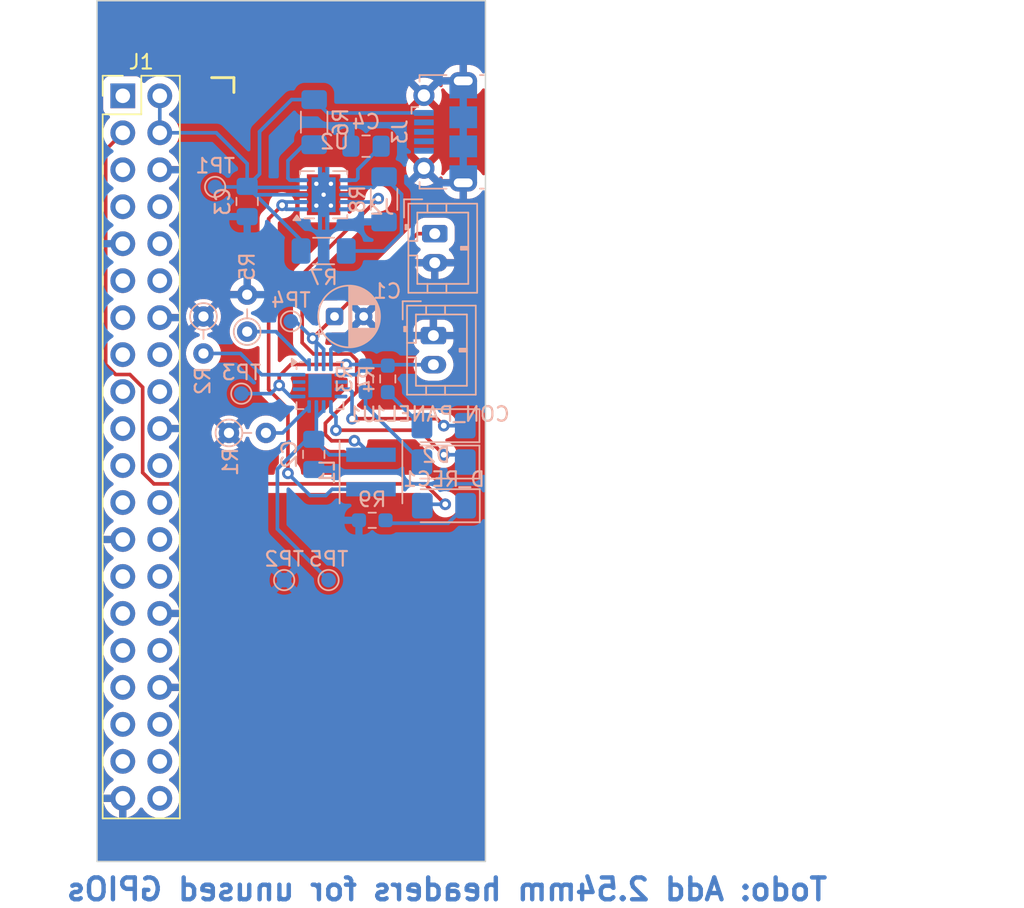
<source format=kicad_pcb>
(kicad_pcb (version 20241229) (generator "pcbnew") (generator_version "9.0")
  (layers (0 "F.Cu" signal) (2 "B.Cu" signal) (13 "F.Paste" user) (15 "B.Paste" user) (5 "F.SilkS" user "F.Silkscreen") (7 "B.SilkS" user "B.Silkscreen") (1 "F.Mask" user) (3 "B.Mask" user) (25 "Edge.Cuts" user))
  (net 0 "")
  (net 1 "GND")
  (net 2 "+BATT")
  (net 3 "VDD")
  (net 4 "Net-(D1-K)")
  (net 5 "Net-(D1-A)")
  (net 6 "Net-(D_REC1-A)")
  (net 8 "+5V")
  (net 37 "Net-(D2-K)")
  (net 38 "Net-(D2-A)")
  (net 42 "VIN_BOOST")
  (net 43 "Net-(L1-Pad2)")
  (net 44 "Net-(U1-ILIM)")
  (net 45 "Net-(U1-ISET)")
  (net 46 "Net-(U1-TS)")
  (net 47 "Net-(U2-PG)")
  (net 48 "Net-(U2-FB)")
  (net 52 "Net-(D_REC1-K)")
  (net 53 "Net-(U2-SS)")
  (footprint "Connector_PinHeader_2.54mm:PinHeader_2x20_P2.54mm_Vertical" (layer "F.Cu") (at 61.46 38.84)
    (property "Reference" "J1" (at 1.27 -2.33 0) (layer "F.SilkS"))
    (property "Value" "Conn_02x20_Odd_Even")
    (pad "1" thru_hole rect (at 0 0) (size 1.7 1.7) (drill 1) (layers "*.Cu" "*.Mask"))
    (pad "2" thru_hole circle (at 2.54 0) (size 1.7 1.7) (drill 1) (layers "*.Cu" "*.Mask") (net 8 "+5V"))
    (pad "3" thru_hole circle (at 0 2.54) (size 1.7 1.7) (drill 1) (layers "*.Cu" "*.Mask") (net 6 "Net-(D_REC1-A)"))
    (pad "4" thru_hole circle (at 2.54 2.54) (size 1.7 1.7) (drill 1) (layers "*.Cu" "*.Mask") (net 8 "+5V"))
    (pad "5" thru_hole circle (at 0 5.08) (size 1.7 1.7) (drill 1) (layers "*.Cu" "*.Mask"))
    (pad "6" thru_hole circle (at 2.54 5.08) (size 1.7 1.7) (drill 1) (layers "*.Cu" "*.Mask") (net 1 "GND"))
    (pad "7" thru_hole circle (at 0 7.62) (size 1.7 1.7) (drill 1) (layers "*.Cu" "*.Mask"))
    (pad "8" thru_hole circle (at 2.54 7.62) (size 1.7 1.7) (drill 1) (layers "*.Cu" "*.Mask"))
    (pad "9" thru_hole circle (at 0 10.16) (size 1.7 1.7) (drill 1) (layers "*.Cu" "*.Mask") (net 1 "GND"))
    (pad "10" thru_hole circle (at 2.54 10.16) (size 1.7 1.7) (drill 1) (layers "*.Cu" "*.Mask"))
    (pad "11" thru_hole circle (at 0 12.7) (size 1.7 1.7) (drill 1) (layers "*.Cu" "*.Mask"))
    (pad "12" thru_hole circle (at 2.54 12.7) (size 1.7 1.7) (drill 1) (layers "*.Cu" "*.Mask"))
    (pad "13" thru_hole circle (at 0 15.24) (size 1.7 1.7) (drill 1) (layers "*.Cu" "*.Mask"))
    (pad "14" thru_hole circle (at 2.54 15.24) (size 1.7 1.7) (drill 1) (layers "*.Cu" "*.Mask") (net 1 "GND"))
    (pad "15" thru_hole circle (at 0 17.78) (size 1.7 1.7) (drill 1) (layers "*.Cu" "*.Mask"))
    (pad "16" thru_hole circle (at 2.54 17.78) (size 1.7 1.7) (drill 1) (layers "*.Cu" "*.Mask"))
    (pad "17" thru_hole circle (at 0 20.32) (size 1.7 1.7) (drill 1) (layers "*.Cu" "*.Mask"))
    (pad "18" thru_hole circle (at 2.54 20.32) (size 1.7 1.7) (drill 1) (layers "*.Cu" "*.Mask"))
    (pad "19" thru_hole circle (at 0 22.86) (size 1.7 1.7) (drill 1) (layers "*.Cu" "*.Mask"))
    (pad "20" thru_hole circle (at 2.54 22.86) (size 1.7 1.7) (drill 1) (layers "*.Cu" "*.Mask") (net 1 "GND"))
    (pad "21" thru_hole circle (at 0 25.4) (size 1.7 1.7) (drill 1) (layers "*.Cu" "*.Mask"))
    (pad "22" thru_hole circle (at 2.54 25.4) (size 1.7 1.7) (drill 1) (layers "*.Cu" "*.Mask"))
    (pad "23" thru_hole circle (at 0 27.94) (size 1.7 1.7) (drill 1) (layers "*.Cu" "*.Mask"))
    (pad "24" thru_hole circle (at 2.54 27.94) (size 1.7 1.7) (drill 1) (layers "*.Cu" "*.Mask"))
    (pad "25" thru_hole circle (at 0 30.48) (size 1.7 1.7) (drill 1) (layers "*.Cu" "*.Mask") (net 1 "GND"))
    (pad "26" thru_hole circle (at 2.54 30.48) (size 1.7 1.7) (drill 1) (layers "*.Cu" "*.Mask"))
    (pad "27" thru_hole circle (at 0 33.02) (size 1.7 1.7) (drill 1) (layers "*.Cu" "*.Mask"))
    (pad "28" thru_hole circle (at 2.54 33.02) (size 1.7 1.7) (drill 1) (layers "*.Cu" "*.Mask"))
    (pad "29" thru_hole circle (at 0 35.56) (size 1.7 1.7) (drill 1) (layers "*.Cu" "*.Mask"))
    (pad "30" thru_hole circle (at 2.54 35.56) (size 1.7 1.7) (drill 1) (layers "*.Cu" "*.Mask") (net 1 "GND"))
    (pad "31" thru_hole circle (at 0 38.1) (size 1.7 1.7) (drill 1) (layers "*.Cu" "*.Mask"))
    (pad "32" thru_hole circle (at 2.54 38.1) (size 1.7 1.7) (drill 1) (layers "*.Cu" "*.Mask"))
    (pad "33" thru_hole circle (at 0 40.64) (size 1.7 1.7) (drill 1) (layers "*.Cu" "*.Mask"))
    (pad "34" thru_hole circle (at 2.54 40.64) (size 1.7 1.7) (drill 1) (layers "*.Cu" "*.Mask") (net 1 "GND"))
    (pad "35" thru_hole circle (at 0 43.18) (size 1.7 1.7) (drill 1) (layers "*.Cu" "*.Mask"))
    (pad "36" thru_hole circle (at 2.54 43.18) (size 1.7 1.7) (drill 1) (layers "*.Cu" "*.Mask"))
    (pad "37" thru_hole circle (at 0 45.72) (size 1.7 1.7) (drill 1) (layers "*.Cu" "*.Mask"))
    (pad "38" thru_hole circle (at 2.54 45.72) (size 1.7 1.7) (drill 1) (layers "*.Cu" "*.Mask"))
    (pad "39" thru_hole circle (at 0 48.26) (size 1.7 1.7) (drill 1) (layers "*.Cu" "*.Mask") (net 1 "GND"))
    (pad "40" thru_hole circle (at 2.54 48.26) (size 1.7 1.7) (drill 1) (layers "*.Cu" "*.Mask"))
  )
  (footprint "Capacitor_SMD:C_0805_2012Metric_Pad1.18x1.45mm_HandSolder" (layer "B.Cu") (at 78.1625 42.3 180)
    (property "Reference" "C4" (at 0 1.68 0) (layer "B.SilkS") (effects (justify mirror)))
    (property "Value" "10nF")
    (pad "1" smd roundrect (at -1.0375 0 180) (size 1.175 1.45) (layers "B.Cu" "B.Mask" "B.Paste") (roundrect_rratio 0.212766) (net 53 "Net-(U2-SS)"))
    (pad "2" smd roundrect (at 1.0375 0 180) (size 1.175 1.45) (layers "B.Cu" "B.Mask" "B.Paste") (roundrect_rratio 0.212766) (net 1 "GND"))
  )
  (footprint "Resistor_SMD:R_1206_3216Metric_Pad1.30x1.75mm_HandSolder" (layer "B.Cu") (at 79.4 45.95 -90)
    (property "Reference" "R8" (at 0 1.82 90) (layer "B.SilkS") (effects (justify mirror)))
    (property "Value" "100k")
    (pad "1" smd roundrect (at -1.55 0 270) (size 1.3 1.75) (layers "B.Cu" "B.Mask" "B.Paste") (roundrect_rratio 0.192308) (net 48 "Net-(U2-FB)"))
    (pad "2" smd roundrect (at 1.55 0 270) (size 1.3 1.75) (layers "B.Cu" "B.Mask" "B.Paste") (roundrect_rratio 0.192308) (net 1 "GND"))
  )
  (footprint "Connector_JST:JST_PH_B2B-PH-K_1x02_P2.00mm_Vertical" (layer "B.Cu") (at 82.8802 48.3108 -90)
    (property "Reference" "J2" (at -1.8288 3.6322 180) (layer "B.SilkS") (effects (justify mirror)))
    (property "Value" "Conn_01x02_Pin" (hide yes))
    (pad "1" thru_hole roundrect (at 0 0 270) (size 1.2 1.75) (drill 0.75) (layers "*.Cu" "*.Mask") (roundrect_rratio 0.208333) (net 2 "+BATT"))
    (pad "2" thru_hole oval (at 2 0 270) (size 1.2 1.75) (drill 0.75) (layers "*.Cu" "*.Mask") (net 1 "GND"))
  )
  (footprint "Capacitor_SMD:C_0805_2012Metric_Pad1.18x1.45mm_HandSolder" (layer "B.Cu") (at 74.572 63.472 -90)
    (property "Reference" "C2" (at 0 1.68 90) (layer "B.SilkS") (effects (justify mirror)))
    (property "Value" "22 nF")
    (pad "1" smd roundrect (at -1.0375 0 270) (size 1.175 1.45) (layers "B.Cu" "B.Mask" "B.Paste") (roundrect_rratio 0.212766) (net 42 "VIN_BOOST"))
    (pad "2" smd roundrect (at 1.0375 0 270) (size 1.175 1.45) (layers "B.Cu" "B.Mask" "B.Paste") (roundrect_rratio 0.212766) (net 1 "GND"))
  )
  (footprint "TestPoint:TestPoint_Pad_D1.0mm" (layer "B.Cu") (at 72.54 72.108 180)
    (property "Reference" "TP2" (at 0 1.448 0) (layer "B.SilkS") (effects (justify mirror)))
    (property "Value" "TestPoint")
    (pad "1" smd circle (at 0 0 180) (size 1 1) (layers "B.Cu" "B.Mask") (net 1 "GND"))
  )
  (footprint "LED_SMD:LED_1206_3216Metric_Pad1.42x1.75mm_HandSolder" (layer "B.Cu") (at 83.4875 61.5 180)
    (property "Reference" "D2" (at 0.508 -2.032 0) (layer "B.SilkS") (effects (justify mirror)))
    (property "Value" "LED")
    (pad "1" smd roundrect (at -1.4875 0 180) (size 1.425 1.75) (layers "B.Cu" "B.Mask" "B.Paste") (roundrect_rratio 0.175439) (net 37 "Net-(D2-K)"))
    (pad "2" smd roundrect (at 1.4875 0 180) (size 1.425 1.75) (layers "B.Cu" "B.Mask" "B.Paste") (roundrect_rratio 0.175439) (net 38 "Net-(D2-A)"))
  )
  (footprint "TestPoint:TestPoint_Pad_D1.0mm" (layer "B.Cu") (at 75.588 72.108 180)
    (property "Reference" "TP5" (at 0 1.448 0) (layer "B.SilkS") (effects (justify mirror)))
    (property "Value" "TestPoint")
    (pad "1" smd circle (at 0 0 180) (size 1 1) (layers "B.Cu" "B.Mask") (net 42 "VIN_BOOST"))
  )
  (footprint "Resistor_SMD:R_1206_3216Metric_Pad1.30x1.75mm_HandSolder" (layer "B.Cu") (at 74.6 40.65 90)
    (property "Reference" "R6" (at 0 1.82 90) (layer "B.SilkS") (effects (justify mirror)))
    (property "Value" "1M")
    (pad "1" smd roundrect (at -1.55 0 90) (size 1.3 1.75) (layers "B.Cu" "B.Mask" "B.Paste") (roundrect_rratio 0.192308) (net 47 "Net-(U2-PG)"))
    (pad "2" smd roundrect (at 1.55 0 90) (size 1.3 1.75) (layers "B.Cu" "B.Mask" "B.Paste") (roundrect_rratio 0.192308) (net 8 "+5V"))
  )
  (footprint "LED_SMD:LED_1206_3216Metric_Pad1.42x1.75mm_HandSolder" (layer "B.Cu") (at 83.4875 64 180)
    (property "Reference" "D1" (hide yes))
    (property "Value" "LED")
    (pad "1" smd roundrect (at -1.4875 0 180) (size 1.425 1.75) (layers "B.Cu" "B.Mask" "B.Paste") (roundrect_rratio 0.175439) (net 4 "Net-(D1-K)"))
    (pad "2" smd roundrect (at 1.4875 0 180) (size 1.425 1.75) (layers "B.Cu" "B.Mask" "B.Paste") (roundrect_rratio 0.175439) (net 5 "Net-(D1-A)"))
  )
  (footprint "Resistor_SMD:R_0603_1608Metric_Pad0.98x0.95mm_HandSolder" (layer "B.Cu") (at 79.652 58.2885 -90)
    (property "Reference" "R4" (at 0 1.43 90) (layer "B.SilkS") (effects (justify mirror)))
    (property "Value" "470")
    (pad "1" smd roundrect (at -0.9125 0 270) (size 0.975 0.95) (layers "B.Cu" "B.Mask" "B.Paste") (net 3 "VDD"))
    (pad "2" smd roundrect (at 0.9125 0 270) (size 0.975 0.95) (layers "B.Cu" "B.Mask" "B.Paste") (net 38 "Net-(D2-A)"))
  )
  (footprint "Connector_USB:USB_Micro-B_Molex-105017-0001" (layer "B.Cu") (at 83.5985 41.315 -90)
    (property "Reference" "J3" (at 0 3.1125 90) (layer "B.SilkS") (effects (justify mirror)))
    (property "Value" "USB_B_Micro")
    (pad "1" smd rect (at -1.3 1.4625 270) (size 0.4 1.35) (layers "B.Cu" "B.Mask" "B.Paste") (net 8 "+5V"))
    (pad "2" smd rect (at -0.65 1.4625 270) (size 0.4 1.35) (layers "B.Cu" "B.Mask" "B.Paste"))
    (pad "3" smd rect (at 0 1.4625 270) (size 0.4 1.35) (layers "B.Cu" "B.Mask" "B.Paste"))
    (pad "4" smd rect (at 0.65 1.4625 270) (size 0.4 1.35) (layers "B.Cu" "B.Mask" "B.Paste"))
    (pad "5" smd rect (at 1.3 1.4625 270) (size 0.4 1.35) (layers "B.Cu" "B.Mask" "B.Paste") (net 1 "GND"))
    (pad "6" thru_hole oval (at -3.5 -1.2375 90) (size 1.2 1.9) (drill oval 0.6 1.3) (property pad_prop_heatsink) (layers "*.Cu" "*.Mask") (net 1 "GND"))
    (pad "6" smd rect (at -2.9 -1.2375 270) (size 1.2 1.9) (layers "B.Cu" "B.Mask") (net 1 "GND"))
    (pad "6" thru_hole circle (at -2.5 1.4625 270) (size 1.45 1.45) (drill 0.85) (property pad_prop_heatsink) (layers "*.Cu" "*.Mask") (net 1 "GND"))
    (pad "6" smd rect (at -1 -1.2375 270) (size 1.5 1.9) (layers "B.Cu" "B.Mask" "B.Paste") (net 1 "GND"))
    (pad "6" smd rect (at 1 -1.2375 270) (size 1.5 1.9) (layers "B.Cu" "B.Mask" "B.Paste") (net 1 "GND"))
    (pad "6" thru_hole circle (at 2.5 1.4625 270) (size 1.45 1.45) (drill 0.85) (property pad_prop_heatsink) (layers "*.Cu" "*.Mask") (net 1 "GND"))
    (pad "6" smd rect (at 2.9 -1.2375 270) (size 1.2 1.9) (layers "B.Cu" "B.Mask") (net 1 "GND"))
    (pad "6" thru_hole oval (at 3.5 -1.2375 270) (size 1.2 1.9) (drill oval 0.6 1.3) (property pad_prop_heatsink) (layers "*.Cu" "*.Mask") (net 1 "GND"))
  )
  (footprint "Resistor_SMD:R_0603_1608Metric_Pad0.98x0.95mm_HandSolder" (layer "B.Cu") (at 78.5875 68 180)
    (property "Reference" "R9" (at 0 1.43 0) (layer "B.SilkS") (effects (justify mirror)))
    (property "Value" "470")
    (pad "1" smd roundrect (at -0.9125 0 180) (size 0.975 0.95) (layers "B.Cu" "B.Mask" "B.Paste") (net 52 "Net-(D_REC1-K)"))
    (pad "2" smd roundrect (at 0.9125 0 180) (size 0.975 0.95) (layers "B.Cu" "B.Mask" "B.Paste") (net 1 "GND"))
  )
  (footprint "Package_DFN_QFN:VQFN-16-1EP_3x3mm_P0.5mm_EP1.6x1.6mm" (layer "B.Cu") (at 75 58.75 -90)
    (property "Reference" "U1" (at 1.9816 -2.8961 180) (layer "B.SilkS") (effects (justify mirror)))
    (property "Value" "BQ24074RGT" (hide yes))
    (pad "1" smd roundrect (at -1.4375 0.75 270) (size 0.875 0.25) (layers "B.Cu" "B.Mask" "B.Paste") (net 46 "Net-(U1-TS)"))
    (pad "2" smd roundrect (at -1.4375 0.25 270) (size 0.875 0.25) (layers "B.Cu" "B.Mask" "B.Paste") (net 2 "+BATT"))
    (pad "3" smd roundrect (at -1.4375 -0.25 270) (size 0.875 0.25) (layers "B.Cu" "B.Mask" "B.Paste") (net 2 "+BATT"))
    (pad "4" smd roundrect (at -1.4375 -0.75 270) (size 0.875 0.25) (layers "B.Cu" "B.Mask" "B.Paste") (net 1 "GND"))
    (pad "5" smd roundrect (at -0.75 -1.4375 270) (size 0.25 0.875) (layers "B.Cu" "B.Mask" "B.Paste") (net 3 "VDD"))
    (pad "6" smd roundrect (at -0.25 -1.4375 270) (size 0.25 0.875) (layers "B.Cu" "B.Mask" "B.Paste") (net 1 "GND"))
    (pad "7" smd roundrect (at 0.25 -1.4375 270) (size 0.25 0.875) (layers "B.Cu" "B.Mask" "B.Paste") (net 37 "Net-(D2-K)"))
    (pad "8" smd roundrect (at 0.75 -1.4375 270) (size 0.25 0.875) (layers "B.Cu" "B.Mask" "B.Paste") (net 1 "GND"))
    (pad "9" smd roundrect (at 1.4375 -0.75 270) (size 0.875 0.25) (layers "B.Cu" "B.Mask" "B.Paste") (net 4 "Net-(D1-K)"))
    (pad "10" smd roundrect (at 1.4375 -0.25 270) (size 0.875 0.25) (layers "B.Cu" "B.Mask" "B.Paste") (net 42 "VIN_BOOST"))
    (pad "11" smd roundrect (at 1.4375 0.25 270) (size 0.875 0.25) (layers "B.Cu" "B.Mask" "B.Paste") (net 42 "VIN_BOOST"))
    (pad "12" smd roundrect (at 1.4375 0.75 270) (size 0.875 0.25) (layers "B.Cu" "B.Mask" "B.Paste") (net 44 "Net-(U1-ILIM)"))
    (pad "13" smd roundrect (at 0.75 1.4375 270) (size 0.25 0.875) (layers "B.Cu" "B.Mask" "B.Paste") (net 3 "VDD"))
    (pad "14" smd roundrect (at 0.25 1.4375 270) (size 0.25 0.875) (layers "B.Cu" "B.Mask" "B.Paste"))
    (pad "15" smd roundrect (at -0.25 1.4375 270) (size 0.25 0.875) (layers "B.Cu" "B.Mask" "B.Paste"))
    (pad "16" smd roundrect (at -0.75 1.4375 270) (size 0.25 0.875) (layers "B.Cu" "B.Mask" "B.Paste") (net 45 "Net-(U1-ISET)"))
    (pad "17" smd rect (at 0 0 270) (size 1.6 1.6) (property pad_prop_heatsink) (layers "B.Cu" "B.Mask") (net 1 "GND"))
  )
  (footprint "Connector_JST:JST_PH_B2B-PH-K_1x02_P2.00mm_Vertical" (layer "B.Cu") (at 82.7874 55.3118 -90)
    (property "Reference" "CON_PANEL1" (at 5.3942 -0.5246 180) (layer "B.SilkS") (effects (justify mirror)))
    (property "Value" "Conn_01x02_Pin" (hide yes))
    (pad "1" thru_hole roundrect (at 0 0 270) (size 1.2 1.75) (drill 0.75) (layers "*.Cu" "*.Mask") (roundrect_rratio 0.208333) (net 1 "GND"))
    (pad "2" thru_hole oval (at 2 0 270) (size 1.2 1.75) (drill 0.75) (layers "*.Cu" "*.Mask") (net 3 "VDD"))
  )
  (footprint "TestPoint:TestPoint_Pad_D1.0mm" (layer "B.Cu") (at 69.6 59.3 180)
    (property "Reference" "TP3" (at 0 1.448 0) (layer "B.SilkS") (effects (justify mirror)))
    (property "Value" "TestPoint")
    (pad "1" smd circle (at 0 0 180) (size 1 1) (layers "B.Cu" "B.Mask") (net 3 "VDD"))
  )
  (footprint "Resistor_THT:R_Axial_DIN0204_L3.6mm_D1.6mm_P2.54mm_Vertical" (layer "B.Cu") (at 67 54 -90)
    (property "Reference" "R2" (at 4.4196 0.0508 90) (layer "B.SilkS") (effects (justify mirror)))
    (property "Value" "590" (hide yes))
    (pad "1" thru_hole circle (at 0 0 270) (size 1.4 1.4) (drill 0.7) (layers "*.Cu" "*.Mask") (net 1 "GND"))
    (pad "2" thru_hole circle (at 2.54 0 270) (size 1.4 1.4) (drill 0.7) (layers "*.Cu" "*.Mask") (net 45 "Net-(U1-ISET)"))
  )
  (footprint "Capacitor_SMD:C_0805_2012Metric_Pad1.18x1.45mm_HandSolder" (layer "B.Cu") (at 70 46.1 -90)
    (property "Reference" "C3" (at 0 1.68 90) (layer "B.SilkS") (effects (justify mirror)))
    (property "Value" "22 uF")
    (pad "1" smd roundrect (at -1.0375 0 270) (size 1.175 1.45) (layers "B.Cu" "B.Mask" "B.Paste") (roundrect_rratio 0.212766) (net 8 "+5V"))
    (pad "2" smd roundrect (at 1.0375 0 270) (size 1.175 1.45) (layers "B.Cu" "B.Mask" "B.Paste") (roundrect_rratio 0.212766) (net 1 "GND"))
  )
  (footprint "TestPoint:TestPoint_Pad_D1.0mm" (layer "B.Cu") (at 73 54.328 180)
    (property "Reference" "TP4" (at 0 1.448 0) (layer "B.SilkS") (effects (justify mirror)))
    (property "Value" "TestPoint")
    (pad "1" smd circle (at 0 0 180) (size 1 1) (layers "B.Cu" "B.Mask") (net 2 "+BATT"))
  )
  (footprint "Resistor_SMD:R_0603_1608Metric_Pad0.98x0.95mm_HandSolder" (layer "B.Cu") (at 78.128 58.2885 -90)
    (property "Reference" "R3" (at 0 1.43 90) (layer "B.SilkS") (effects (justify mirror)))
    (property "Value" "470")
    (pad "1" smd roundrect (at -0.9125 0 270) (size 0.975 0.95) (layers "B.Cu" "B.Mask" "B.Paste") (net 3 "VDD"))
    (pad "2" smd roundrect (at 0.9125 0 270) (size 0.975 0.95) (layers "B.Cu" "B.Mask" "B.Paste") (net 5 "Net-(D1-A)"))
  )
  (footprint "Resistor_THT:R_Axial_DIN0204_L3.6mm_D1.6mm_P2.54mm_Vertical" (layer "B.Cu") (at 68.75 62)
    (property "Reference" "R1" (at 0.1016 1.9812 90) (layer "B.SilkS") (effects (justify mirror)))
    (property "Value" "1.1k")
    (pad "1" thru_hole circle (at 0 0) (size 1.4 1.4) (drill 0.7) (layers "*.Cu" "*.Mask") (net 1 "GND"))
    (pad "2" thru_hole circle (at 2.54 0) (size 1.4 1.4) (drill 0.7) (layers "*.Cu" "*.Mask") (net 44 "Net-(U1-ILIM)"))
  )
  (footprint "Resistor_THT:R_Axial_DIN0204_L3.6mm_D1.6mm_P2.54mm_Vertical" (layer "B.Cu") (at 70 55.04 90)
    (property "Reference" "R5" (at 4.4704 0 90) (layer "B.SilkS") (effects (justify mirror)))
    (property "Value" "10k" (hide yes))
    (pad "1" thru_hole circle (at 0 0 90) (size 1.4 1.4) (drill 0.7) (layers "*.Cu" "*.Mask") (net 46 "Net-(U1-TS)"))
    (pad "2" thru_hole circle (at 2.54 0 90) (size 1.4 1.4) (drill 0.7) (layers "*.Cu" "*.Mask") (net 1 "GND"))
  )
  (footprint "Resistor_SMD:R_1206_3216Metric_Pad1.30x1.75mm_HandSolder" (layer "B.Cu") (at 75.25 49.5)
    (property "Reference" "R7" (at 0 1.82 180) (layer "B.SilkS") (effects (justify mirror)))
    (property "Value" "402k")
    (pad "1" smd roundrect (at -1.55 0) (size 1.3 1.75) (layers "B.Cu" "B.Mask" "B.Paste") (roundrect_rratio 0.192308) (net 8 "+5V"))
    (pad "2" smd roundrect (at 1.55 0) (size 1.3 1.75) (layers "B.Cu" "B.Mask" "B.Paste") (roundrect_rratio 0.192308) (net 48 "Net-(U2-FB)"))
  )
  (footprint "Inductor_SMD:L_Coilcraft_XxL4020" (layer "B.Cu") (at 78.5 64.685 -90)
    (property "Reference" "L1" (at 0 3 90) (layer "B.SilkS") (effects (justify mirror)))
    (property "Value" "1uH" (hide yes))
    (pad "1" smd rect (at -1.185 0 270) (size 0.98 3.4) (layers "B.Cu" "B.Mask" "B.Paste") (net 42 "VIN_BOOST"))
    (pad "2" smd rect (at 1.185 0 270) (size 0.98 3.4) (layers "B.Cu" "B.Mask" "B.Paste") (net 43 "Net-(L1-Pad2)"))
  )
  (footprint "Capacitor_THT:CP_Radial_D4.0mm_P2.00mm" (layer "B.Cu") (at 76 54)
    (property "Reference" "C1" (at 3.610398 -1.74 0) (layer "B.SilkS") (effects (justify mirror)))
    (property "Value" "4.7u" (hide yes))
    (pad "1" thru_hole roundrect (at 0 0) (size 1.2 1.2) (drill 0.6) (layers "*.Cu" "*.Mask") (roundrect_rratio 0.208333) (net 2 "+BATT"))
    (pad "2" thru_hole circle (at 2 0) (size 1.2 1.2) (drill 0.6) (layers "*.Cu" "*.Mask") (net 1 "GND"))
  )
  (footprint "Package_SON:Texas_S-PVSON-N10_ThermalVias" (layer "B.Cu") (at 75.25 45.635)
    (property "Reference" "U2" (at 0.75 -3.635 0) (layer "B.SilkS") (effects (justify mirror)))
    (property "Value" "TPS61230DRC" (hide yes))
    (pad "1" smd rect (at -1.76 1) (size 0.28 0.28) (layers "B.Cu" "B.Mask" "B.Paste") (net 43 "Net-(L1-Pad2)"))
    (pad "1" smd oval (at -1.475 1) (size 0.85 0.28) (layers "B.Cu" "B.Mask" "B.Paste") (net 43 "Net-(L1-Pad2)"))
    (pad "2" smd rect (at -1.76 0.5) (size 0.28 0.28) (layers "B.Cu" "B.Mask" "B.Paste") (net 43 "Net-(L1-Pad2)"))
    (pad "2" smd oval (at -1.475 0.5) (size 0.85 0.28) (layers "B.Cu" "B.Mask" "B.Paste") (net 43 "Net-(L1-Pad2)"))
    (pad "3" smd rect (at -1.76 0) (size 0.28 0.28) (layers "B.Cu" "B.Mask" "B.Paste") (net 8 "+5V"))
    (pad "3" smd oval (at -1.475 0) (size 0.85 0.28) (layers "B.Cu" "B.Mask" "B.Paste") (net 8 "+5V"))
    (pad "4" smd rect (at -1.76 -0.5) (size 0.28 0.28) (layers "B.Cu" "B.Mask" "B.Paste") (net 8 "+5V"))
    (pad "4" smd oval (at -1.475 -0.5) (size 0.85 0.28) (layers "B.Cu" "B.Mask" "B.Paste") (net 8 "+5V"))
    (pad "5" smd rect (at -1.76 -1) (size 0.28 0.28) (layers "B.Cu" "B.Mask" "B.Paste") (net 47 "Net-(U2-PG)"))
    (pad "5" smd oval (at -1.475 -1) (size 0.85 0.28) (layers "B.Cu" "B.Mask" "B.Paste") (net 47 "Net-(U2-PG)"))
    (pad "6" smd oval (at 1.475 -1) (size 0.85 0.28) (layers "B.Cu" "B.Mask" "B.Paste") (net 53 "Net-(U2-SS)"))
    (pad "6" smd rect (at 1.76 -1) (size 0.28 0.28) (layers "B.Cu" "B.Mask" "B.Paste") (net 53 "Net-(U2-SS)"))
    (pad "7" smd oval (at 1.475 -0.5) (size 0.85 0.28) (layers "B.Cu" "B.Mask" "B.Paste") (net 48 "Net-(U2-FB)"))
    (pad "7" smd rect (at 1.76 -0.5) (size 0.28 0.28) (layers "B.Cu" "B.Mask" "B.Paste") (net 48 "Net-(U2-FB)"))
    (pad "8" smd oval (at 1.475 0) (size 0.85 0.28) (layers "B.Cu" "B.Mask" "B.Paste"))
    (pad "8" smd rect (at 1.76 0) (size 0.28 0.28) (layers "B.Cu" "B.Mask" "B.Paste"))
    (pad "9" smd oval (at 1.475 0.5) (size 0.85 0.28) (layers "B.Cu" "B.Mask" "B.Paste") (net 42 "VIN_BOOST"))
    (pad "9" smd rect (at 1.76 0.5) (size 0.28 0.28) (layers "B.Cu" "B.Mask" "B.Paste") (net 42 "VIN_BOOST"))
    (pad "10" smd oval (at 1.475 1) (size 0.85 0.28) (layers "B.Cu" "B.Mask" "B.Paste") (net 42 "VIN_BOOST"))
    (pad "10" smd rect (at 1.76 1) (size 0.28 0.28) (layers "B.Cu" "B.Mask" "B.Paste") (net 42 "VIN_BOOST"))
    (pad "11" thru_hole circle (at -0.5 -0.75) (size 0.6 0.6) (drill 0.3) (layers "*.Cu" "*.Mask") (net 1 "GND"))
    (pad "11" thru_hole circle (at -0.5 0.75) (size 0.6 0.6) (drill 0.3) (layers "*.Cu" "*.Mask") (net 1 "GND"))
    (pad "11" smd rect (at -0.45 -0.635) (size 0.68 1.05) (layers "B.Cu" "B.Mask" "B.Paste") (net 1 "GND"))
    (pad "11" smd rect (at -0.45 0.635) (size 0.68 1.05) (layers "B.Cu" "B.Mask" "B.Paste") (net 1 "GND"))
    (pad "11" smd rect (at -0.25 -1.63) (size 0.26 0.5) (layers "B.Cu" "B.Mask" "B.Paste") (net 1 "GND"))
    (pad "11" smd rect (at -0.25 -1.55) (size 0.28 0.7) (layers "B.Cu" "B.Mask") (net 1 "GND"))
    (pad "11" smd rect (at -0.25 1.55) (size 0.28 0.7) (layers "B.Cu" "B.Mask") (net 1 "GND"))
    (pad "11" smd rect (at -0.25 1.63) (size 0.26 0.5) (layers "B.Cu" "B.Mask" "B.Paste") (net 1 "GND"))
    (pad "11" thru_hole circle (at 0 0) (size 0.6 0.6) (drill 0.3) (layers "*.Cu" "*.Mask") (net 1 "GND"))
    (pad "11" smd rect (at 0 0) (size 1.65 2.4) (layers "B.Cu" "B.Mask") (net 1 "GND"))
    (pad "11" smd rect (at 0 0) (size 2.3 2.8) (layers "F.Cu") (net 1 "GND"))
    (pad "11" smd rect (at 0.25 -1.63) (size 0.26 0.5) (layers "B.Cu" "B.Mask" "B.Paste") (net 1 "GND"))
    (pad "11" smd rect (at 0.25 -1.55) (size 0.28 0.7) (layers "B.Cu" "B.Mask") (net 1 "GND"))
    (pad "11" smd rect (at 0.25 1.55) (size 0.28 0.7) (layers "B.Cu" "B.Mask") (net 1 "GND"))
    (pad "11" smd rect (at 0.25 1.63) (size 0.26 0.5) (layers "B.Cu" "B.Mask" "B.Paste") (net 1 "GND"))
    (pad "11" smd rect (at 0.45 -0.635) (size 0.68 1.05) (layers "B.Cu" "B.Mask" "B.Paste") (net 1 "GND"))
    (pad "11" smd rect (at 0.45 0.635) (size 0.68 1.05) (layers "B.Cu" "B.Mask" "B.Paste") (net 1 "GND"))
    (pad "11" thru_hole circle (at 0.5 -0.75) (size 0.6 0.6) (drill 0.3) (layers "*.Cu" "*.Mask") (net 1 "GND"))
    (pad "11" thru_hole circle (at 0.5 0.75) (size 0.6 0.6) (drill 0.3) (layers "*.Cu" "*.Mask") (net 1 "GND"))
  )
  (footprint "TestPoint:TestPoint_Pad_D1.0mm" (layer "B.Cu") (at 67.8 45.1 180)
    (property "Reference" "TP1" (at 0 1.448 0) (layer "B.SilkS") (effects (justify mirror)))
    (property "Value" "TestPoint")
    (pad "1" smd circle (at 0 0 180) (size 1 1) (layers "B.Cu" "B.Mask") (net 8 "+5V"))
  )
  (footprint "LED_SMD:LED_1206_3216Metric_Pad1.42x1.75mm_HandSolder" (layer "B.Cu") (at 83.5125 67 180)
    (property "Reference" "D_REC1" (at 0 1.82 0) (layer "B.SilkS") (effects (justify mirror)))
    (property "Value" "LED")
    (pad "1" smd roundrect (at -1.4875 0 180) (size 1.425 1.75) (layers "B.Cu" "B.Mask" "B.Paste") (roundrect_rratio 0.175439) (net 52 "Net-(D_REC1-K)"))
    (pad "2" smd roundrect (at 1.4875 0 180) (size 1.425 1.75) (layers "B.Cu" "B.Mask" "B.Paste") (roundrect_rratio 0.175439) (net 6 "Net-(D_REC1-A)"))
  )
  (gr_line (start 69.088 37.592) (end 67.564 37.592) (stroke (width 0.2)) (layer "F.SilkS"))
  (gr_line (start 69.088 37.592) (end 69.088 38.608) (stroke (width 0.2)) (layer "F.SilkS"))
  (gr_rect (start 59.69 32.3088) (end 86.36 91.44) (stroke (width 0.1)) (fill no) (layer "Edge.Cuts"))
  (gr_text "Todo: Add 2.54mm headers for unused GPIOs" (at 109.982 94.234 0) (layer "B.Cu") (effects (font (size 1.5 1.5) (thickness 0.3) (bold yes)) (justify left bottom mirror)))
  (segment (start 75.75 56.25) (end 78 54) (width 0.25) (layer "B.Cu") (net 1))
  (segment (start 75.75 57.3125) (end 75.75 56.25) (width 0.25) (layer "B.Cu") (net 1))
  (segment (start 81.6892 48.3108) (end 76 54) (width 0.25) (layer "F.Cu") (net 2))
  (segment (start 82.8802 48.3108) (end 81.6892 48.3108) (width 0.25) (layer "F.Cu") (net 2))
  (segment (start 76 54) (end 74.5 55.5) (width 0.25) (layer "F.Cu") (net 2))
  (via (at 74.5 55.5) (size 0.8) (drill 0.4) (layers "F.Cu" "B.Cu") (net 2))
  (segment (start 75.25 56.25) (end 74.75 55.75) (width 0.25) (layer "B.Cu") (net 2))
  (segment (start 73.328 54.328) (end 74.5 55.5) (width 0.25) (layer "B.Cu") (net 2))
  (segment (start 74.5 55.5) (end 74.75 55.75) (width 0.25) (layer "B.Cu") (net 2))
  (segment (start 74.75 55.75) (end 74.75 57.3125) (width 0.25) (layer "B.Cu") (net 2))
  (segment (start 73 54.328) (end 73.328 54.328) (width 0.25) (layer "B.Cu") (net 2))
  (segment (start 75.25 57.3125) (end 75.25 56.25) (width 0.25) (layer "B.Cu") (net 2))
  (segment (start 72.2 58.1) (end 73 57.3) (width 0.25) (layer "F.Cu") (net 3))
  (segment (start 72.2 58.7245) (end 72.2 58.1) (width 0.25) (layer "F.Cu") (net 3))
  (segment (start 73 57.3) (end 76.8 57.3) (width 0.25) (layer "F.Cu") (net 3))
  (via (at 72.2 58.7245) (size 0.8) (drill 0.4) (layers "F.Cu" "B.Cu") (net 3))
  (via (at 76.8 57.3) (size 0.8) (drill 0.4) (layers "F.Cu" "B.Cu") (net 3))
  (segment (start 82.7874 57.3118) (end 79.7162 57.3118) (width 0.25) (layer "B.Cu") (net 3))
  (segment (start 73.5625 59.5) (end 72.9755 59.5) (width 0.25) (layer "B.Cu") (net 3))
  (segment (start 79.652 57.376) (end 78.128 57.376) (width 0.25) (layer "B.Cu") (net 3))
  (segment (start 76.4375 58) (end 77.504 58) (width 0.25) (layer "B.Cu") (net 3))
  (segment (start 72.2 58.7245) (end 71.6245 59.3) (width 0.25) (layer "B.Cu") (net 3))
  (segment (start 76.8 57.3) (end 78.052 57.3) (width 0.25) (layer "B.Cu") (net 3))
  (segment (start 78.052 57.3) (end 78.128 57.376) (width 0.25) (layer "B.Cu") (net 3))
  (segment (start 72.9755 59.5) (end 72.2 58.7245) (width 0.25) (layer "B.Cu") (net 3))
  (segment (start 79.7162 57.3118) (end 79.652 57.376) (width 0.25) (layer "B.Cu") (net 3))
  (segment (start 77.504 58) (end 78.128 57.376) (width 0.25) (layer "B.Cu") (net 3))
  (segment (start 71.6245 59.3) (end 69.6 59.3) (width 0.25) (layer "B.Cu") (net 3))
  (segment (start 81.812564 61.812564) (end 83.5 63.5) (width 0.25) (layer "F.Cu") (net 4))
  (segment (start 76.096 61.812564) (end 81.812564 61.812564) (width 0.25) (layer "F.Cu") (net 4))
  (via (at 83.5 63.5) (size 0.8) (drill 0.4) (layers "F.Cu" "B.Cu") (net 4))
  (via (at 76.096 61.812564) (size 0.8) (drill 0.4) (layers "F.Cu" "B.Cu") (net 4))
  (segment (start 76.096 60.897104) (end 75.75 60.551104) (width 0.25) (layer "B.Cu") (net 4))
  (segment (start 75.75 60.551104) (end 75.75 60.1875) (width 0.25) (layer "B.Cu") (net 4))
  (segment (start 83.5 63.5) (end 84.475 63.5) (width 0.25) (layer "B.Cu") (net 4))
  (segment (start 76.096 61.812564) (end 76.096 60.897104) (width 0.25) (layer "B.Cu") (net 4))
  (segment (start 84.475 63.5) (end 84.975 64) (width 0.25) (layer "B.Cu") (net 4))
  (segment (start 78.128 60.128) (end 82 64) (width 0.25) (layer "B.Cu") (net 5))
  (segment (start 78.128 59.201) (end 78.128 60.128) (width 0.25) (layer "B.Cu") (net 5))
  (segment (start 62.825 58.863299) (end 62.825 64.726701) (width 0.25) (layer "F.Cu") (net 6))
  (segment (start 60.973299 57.985) (end 61.946701 57.985) (width 0.25) (layer "F.Cu") (net 6))
  (segment (start 63.598299 65.5) (end 82.2 65.5) (width 0.25) (layer "F.Cu") (net 6))
  (segment (start 82.2 65.5) (end 83.6 66.9) (width 0.25) (layer "F.Cu") (net 6))
  (segment (start 61.46 41.38) (end 60.285 42.555) (width 0.25) (layer "F.Cu") (net 6))
  (segment (start 60.285 57.296701) (end 60.973299 57.985) (width 0.25) (layer "F.Cu") (net 6))
  (segment (start 60.285 42.555) (end 60.285 57.296701) (width 0.25) (layer "F.Cu") (net 6))
  (segment (start 61.946701 57.985) (end 62.825 58.863299) (width 0.25) (layer "F.Cu") (net 6))
  (segment (start 62.825 64.726701) (end 63.598299 65.5) (width 0.25) (layer "F.Cu") (net 6))
  (via (at 83.6 66.9) (size 0.8) (drill 0.4) (layers "F.Cu" "B.Cu") (net 6))
  (segment (start 82.125 66.9) (end 82.025 67) (width 0.25) (layer "B.Cu") (net 6))
  (segment (start 83.6 66.9) (end 82.125 66.9) (width 0.25) (layer "B.Cu") (net 6))
  (segment (start 70 45.0625) (end 69.9625 45.1) (width 0.25) (layer "B.Cu") (net 8))
  (segment (start 73.7 49.5) (end 73.7 48.7625) (width 0.25) (layer "B.Cu") (net 8))
  (segment (start 70 43.5) (end 67.88 41.38) (width 0.25) (layer "B.Cu") (net 8))
  (segment (start 70.85 41.3) (end 70.85 44.2125) (width 0.25) (layer "B.Cu") (net 8))
  (segment (start 67.88 41.38) (end 64 41.38) (width 0.25) (layer "B.Cu") (net 8))
  (segment (start 70.5725 45.635) (end 70 45.0625) (width 0.25) (layer "B.Cu") (net 8))
  (segment (start 73.7 48.7625) (end 70 45.0625) (width 0.25) (layer "B.Cu") (net 8))
  (segment (start 70 45.0625) (end 70 43.5) (width 0.25) (layer "B.Cu") (net 8))
  (segment (start 73.05 39.1) (end 74.6 39.1) (width 0.25) (layer "B.Cu") (net 8))
  (segment (start 69.9625 45.1) (end 67.8 45.1) (width 0.25) (layer "B.Cu") (net 8))
  (segment (start 74.6 39.1) (end 75.515 40.015) (width 0.25) (layer "B.Cu") (net 8))
  (segment (start 73.775 45.635) (end 70.5725 45.635) (width 0.25) (layer "B.Cu") (net 8))
  (segment (start 70.0725 45.135) (end 70 45.0625) (width 0.25) (layer "B.Cu") (net 8))
  (segment (start 73.775 45.135) (end 70.0725 45.135) (width 0.25) (layer "B.Cu") (net 8))
  (segment (start 70.85 41.3) (end 73.05 39.1) (width 0.25) (layer "B.Cu") (net 8))
  (segment (start 70.85 44.2125) (end 70 45.0625) (width 0.25) (layer "B.Cu") (net 8))
  (segment (start 75.515 40.015) (end 82.136 40.015) (width 0.25) (layer "B.Cu") (net 8))
  (segment (start 64 41.38) (end 64 38.84) (width 0.25) (layer "B.Cu") (net 8))
  (segment (start 83.02 61.02) (end 77.2 61.02) (width 0.25) (layer "F.Cu") (net 37))
  (segment (start 83.5 61.5) (end 83.02 61.02) (width 0.25) (layer "F.Cu") (net 37))
  (via (at 83.5 61.5) (size 0.8) (drill 0.4) (layers "F.Cu" "B.Cu") (net 37))
  (via (at 77.2 61.02) (size 0.8) (drill 0.4) (layers "F.Cu" "B.Cu") (net 37))
  (segment (start 77.2 59.176992) (end 77.023008 59) (width 0.25) (layer "B.Cu") (net 37))
  (segment (start 77.023008 59) (end 76.4375 59) (width 0.25) (layer "B.Cu") (net 37))
  (segment (start 77.2 61.02) (end 77.2 59.176992) (width 0.25) (layer "B.Cu") (net 37))
  (segment (start 84.975 61.5) (end 83.5 61.5) (width 0.25) (layer "B.Cu") (net 37))
  (segment (start 79.652 59.201) (end 81.951 61.5) (width 0.25) (layer "B.Cu") (net 38))
  (segment (start 81.951 61.5) (end 82 61.5) (width 0.25) (layer "B.Cu") (net 38))
  (segment (start 73.775 55.800305) (end 74.549695 56.575) (width 0.25) (layer "F.Cu") (net 42))
  (segment (start 75.371 62.112869) (end 75.795195 62.537064) (width 0.25) (layer "F.Cu") (net 42))
  (segment (start 74.549695 56.575) (end 77.100305 56.575) (width 0.25) (layer "F.Cu") (net 42))
  (segment (start 77.525 59.175) (end 75.371 61.329) (width 0.25) (layer "F.Cu") (net 42))
  (segment (start 79 45.9) (end 73.775 51.125) (width 0.25) (layer "F.Cu") (net 42))
  (segment (start 77.100305 56.575) (end 77.525 56.999695) (width 0.25) (layer "F.Cu") (net 42))
  (segment (start 73.775 51.125) (end 73.775 55.800305) (width 0.25) (layer "F.Cu") (net 42))
  (segment (start 75.371 61.329) (end 75.371 62.112869) (width 0.25) (layer "F.Cu") (net 42))
  (segment (start 75.795195 62.537064) (end 77.360722 62.537064) (width 0.25) (layer "F.Cu") (net 42))
  (segment (start 77.525 56.999695) (end 77.525 59.175) (width 0.25) (layer "F.Cu") (net 42))
  (via (at 77.360722 62.537064) (size 0.8) (drill 0.4) (layers "F.Cu" "B.Cu") (net 42))
  (via (at 79 45.9) (size 0.8) (drill 0.4) (layers "F.Cu" "B.Cu") (net 42))
  (segment (start 75.6375 63.5) (end 74.572 62.4345) (width 0.25) (layer "B.Cu") (net 42))
  (segment (start 78.5 63.5) (end 75.6375 63.5) (width 0.25) (layer "B.Cu") (net 42))
  (segment (start 74.75 60.932) (end 74.75 60.1875) (width 0.25) (layer "B.Cu") (net 42))
  (segment (start 77.360722 62.537064) (end 77.537064 62.537064) (width 0.25) (layer "B.Cu") (net 42))
  (segment (start 74.115695 62.4345) (end 74.572 62.4345) (width 0.25) (layer "B.Cu") (net 42))
  (segment (start 75.25 60.432) (end 74.75 60.932) (width 0.25) (layer "B.Cu") (net 42))
  (segment (start 74.572 62.4345) (end 74.75 62.2565) (width 0.25) (layer "B.Cu") (net 42))
  (segment (start 75.588 72.108) (end 72.075 68.595) (width 0.25) (layer "B.Cu") (net 42))
  (segment (start 72.075 68.595) (end 72.075 64.475195) (width 0.25) (layer "B.Cu") (net 42))
  (segment (start 77.01 46.135) (end 78.765 46.135) (width 0.25) (layer "B.Cu") (net 42))
  (segment (start 72.075 64.475195) (end 74.115695 62.4345) (width 0.25) (layer "B.Cu") (net 42))
  (segment (start 77.537064 62.537064) (end 78.5 63.5) (width 0.25) (layer "B.Cu") (net 42))
  (segment (start 78.765 46.135) (end 79 45.9) (width 0.25) (layer "B.Cu") (net 42))
  (segment (start 74.75 62.2565) (end 74.75 60.932) (width 0.25) (layer "B.Cu") (net 42))
  (segment (start 75.25 60.1875) (end 75.25 60.432) (width 0.25) (layer "B.Cu") (net 42))
  (segment (start 72.8 60.349805) (end 72.8 64.7755) (width 0.25) (layer "F.Cu") (net 43))
  (segment (start 71.475 47.2845) (end 71.475 59.024805) (width 0.25) (layer "F.Cu") (net 43))
  (segment (start 72.4 46.3595) (end 71.475 47.2845) (width 0.25) (layer "F.Cu") (net 43))
  (segment (start 71.475 59.024805) (end 72.8 60.349805) (width 0.25) (layer "F.Cu") (net 43))
  (via (at 72.4 46.3595) (size 0.8) (drill 0.4) (layers "F.Cu" "B.Cu") (net 43))
  (via (at 72.8 64.7755) (size 0.8) (drill 0.4) (layers "F.Cu" "B.Cu") (net 43))
  (segment (start 74.3245 66.3) (end 72.8 64.7755) (width 0.25) (layer "B.Cu") (net 43))
  (segment (start 73.49 46.135) (end 72.6245 46.135) (width 0.25) (layer "B.Cu") (net 43))
  (segment (start 72.6245 46.135) (end 72.4 46.3595) (width 0.25) (layer "B.Cu") (net 43))
  (segment (start 75.4 66.3) (end 74.3245 66.3) (width 0.25) (layer "B.Cu") (net 43))
  (segment (start 78.5 65.87) (end 75.83 65.87) (width 0.25) (layer "B.Cu") (net 43))
  (segment (start 75.83 65.87) (end 75.4 66.3) (width 0.25) (layer "B.Cu") (net 43))
  (segment (start 73.49 46.635) (end 72.6755 46.635) (width 0.25) (layer "B.Cu") (net 43))
  (segment (start 72.6755 46.635) (end 72.4 46.3595) (width 0.25) (layer "B.Cu") (net 43))
  (segment (start 72.4375 62) (end 71.29 62) (width 0.25) (layer "B.Cu") (net 44))
  (segment (start 74.25 60.1875) (end 72.4375 62) (width 0.25) (layer "B.Cu") (net 44))
  (segment (start 69.54 56.54) (end 71 58) (width 0.25) (layer "B.Cu") (net 45))
  (segment (start 67 56.54) (end 69.54 56.54) (width 0.25) (layer "B.Cu") (net 45))
  (segment (start 71 58) (end 73.5625 58) (width 0.25) (layer "B.Cu") (net 45))
  (segment (start 74.25 57.3125) (end 71.9775 55.04) (width 0.25) (layer "B.Cu") (net 46))
  (segment (start 71.9775 55.04) (end 70 55.04) (width 0.25) (layer "B.Cu") (net 46))
  (segment (start 72.8 43.3) (end 73.9 42.2) (width 0.25) (layer "B.Cu") (net 47))
  (segment (start 72.8 44.5) (end 72.8 43.3) (width 0.25) (layer "B.Cu") (net 47))
  (segment (start 73.49 44.635) (end 72.935 44.635) (width 0.25) (layer "B.Cu") (net 47))
  (segment (start 73.9 42.2) (end 74.6 42.2) (width 0.25) (layer "B.Cu") (net 47))
  (segment (start 72.935 44.635) (end 72.8 44.5) (width 0.25) (layer "B.Cu") (net 47))
  (segment (start 80.6 48.3) (end 79.4 49.5) (width 0.25) (layer "B.Cu") (net 48))
  (segment (start 79.4 44.4) (end 78.665 45.135) (width 0.25) (layer "B.Cu") (net 48))
  (segment (start 79.4 44.4) (end 80.6 45.6) (width 0.25) (layer "B.Cu") (net 48))
  (segment (start 79.4 49.5) (end 76.8 49.5) (width 0.25) (layer "B.Cu") (net 48))
  (segment (start 80.6 45.6) (end 80.6 48.3) (width 0.25) (layer "B.Cu") (net 48))
  (segment (start 78.665 45.135) (end 77.01 45.135) (width 0.25) (layer "B.Cu") (net 48))
  (segment (start 85 67) (end 83.8 68.2) (width 0.25) (layer "B.Cu") (net 52))
  (segment (start 79.7 68.2) (end 79.5 68) (width 0.25) (layer "B.Cu") (net 52))
  (segment (start 83.8 68.2) (end 79.7 68.2) (width 0.25) (layer "B.Cu") (net 52))
  (segment (start 77.6 44.5) (end 77.6 43.9) (width 0.25) (layer "B.Cu") (net 53))
  (segment (start 77.6 43.9) (end 79.2 42.3) (width 0.25) (layer "B.Cu") (net 53))
  (segment (start 77.465 44.635) (end 77.6 44.5) (width 0.25) (layer "B.Cu") (net 53))
  (segment (start 77.01 44.635) (end 77.465 44.635) (width 0.25) (layer "B.Cu") (net 53))
  (zone (net 1) (net_name "GND") (layer "F.Cu") (connect_pads (clearance 0.5)) (min_thickness 0.25) (fill yes (thermal_gap 0.5) (thermal_bridge_width 0.5))
    (polygon (pts (xy 59.69 32.258) (xy 59.69 91.44) (xy 86.36 91.44) (xy 86.36 32.3088)))
  )
  (zone (net 1) (net_name "GND") (layer "B.Cu") (priority 2) (connect_pads (clearance 0.5)) (min_thickness 0.25) (fill yes (thermal_gap 0.5) (thermal_bridge_width 0.5))
    (polygon (pts (xy 86.36 91.44) (xy 59.69 91.44) (xy 59.69 32.258) (xy 86.36 32.3088)))
  )
)
</source>
